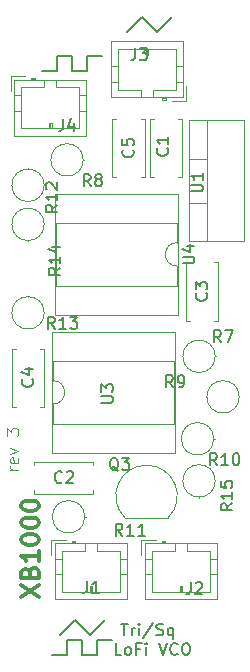
<source format=gto>
G04 #@! TF.GenerationSoftware,KiCad,Pcbnew,(5.0.1)-rc2*
G04 #@! TF.CreationDate,2018-11-24T17:46:36-05:00*
G04 #@! TF.ProjectId,vco2,76636F322E6B696361645F7063620000,1*
G04 #@! TF.SameCoordinates,Original*
G04 #@! TF.FileFunction,Legend,Top*
G04 #@! TF.FilePolarity,Positive*
%FSLAX46Y46*%
G04 Gerber Fmt 4.6, Leading zero omitted, Abs format (unit mm)*
G04 Created by KiCad (PCBNEW (5.0.1)-rc2) date 11/24/2018 5:46:36 PM*
%MOMM*%
%LPD*%
G01*
G04 APERTURE LIST*
%ADD10C,0.100000*%
%ADD11C,0.200000*%
%ADD12C,0.150000*%
%ADD13C,0.300000*%
%ADD14C,0.120000*%
G04 APERTURE END LIST*
D10*
X133294380Y-138390095D02*
X132627714Y-138390095D01*
X132818190Y-138390095D02*
X132722952Y-138342476D01*
X132675333Y-138294857D01*
X132627714Y-138199619D01*
X132627714Y-138104380D01*
X133246761Y-137390095D02*
X133294380Y-137485333D01*
X133294380Y-137675809D01*
X133246761Y-137771047D01*
X133151523Y-137818666D01*
X132770571Y-137818666D01*
X132675333Y-137771047D01*
X132627714Y-137675809D01*
X132627714Y-137485333D01*
X132675333Y-137390095D01*
X132770571Y-137342476D01*
X132865809Y-137342476D01*
X132961047Y-137818666D01*
X132627714Y-137009142D02*
X133294380Y-136771047D01*
X132627714Y-136532952D01*
X132294380Y-135485333D02*
X132294380Y-134866285D01*
X132675333Y-135199619D01*
X132675333Y-135056761D01*
X132722952Y-134961523D01*
X132770571Y-134913904D01*
X132865809Y-134866285D01*
X133103904Y-134866285D01*
X133199142Y-134913904D01*
X133246761Y-134961523D01*
X133294380Y-135056761D01*
X133294380Y-135342476D01*
X133246761Y-135437714D01*
X133199142Y-135485333D01*
D11*
X138049000Y-151130000D02*
X139319000Y-152400000D01*
X136779000Y-152400000D02*
X138049000Y-151130000D01*
X139319000Y-152400000D02*
X140589000Y-151130000D01*
X141224000Y-152781000D02*
X139954000Y-152781000D01*
X139954000Y-154051000D02*
X138684000Y-154051000D01*
X138684000Y-152781000D02*
X137414000Y-152781000D01*
X137414000Y-154051000D02*
X136144000Y-154051000D01*
X138684000Y-154051000D02*
X138684000Y-152781000D01*
X139954000Y-152781000D02*
X139954000Y-154051000D01*
X137414000Y-152781000D02*
X137414000Y-154051000D01*
D12*
X141986333Y-151408380D02*
X142557761Y-151408380D01*
X142272047Y-152408380D02*
X142272047Y-151408380D01*
X142891095Y-152408380D02*
X142891095Y-151741714D01*
X142891095Y-151932190D02*
X142938714Y-151836952D01*
X142986333Y-151789333D01*
X143081571Y-151741714D01*
X143176809Y-151741714D01*
X143510142Y-152408380D02*
X143510142Y-151741714D01*
X143510142Y-151408380D02*
X143462523Y-151456000D01*
X143510142Y-151503619D01*
X143557761Y-151456000D01*
X143510142Y-151408380D01*
X143510142Y-151503619D01*
X144700619Y-151360761D02*
X143843476Y-152646476D01*
X144986333Y-152360761D02*
X145129190Y-152408380D01*
X145367285Y-152408380D01*
X145462523Y-152360761D01*
X145510142Y-152313142D01*
X145557761Y-152217904D01*
X145557761Y-152122666D01*
X145510142Y-152027428D01*
X145462523Y-151979809D01*
X145367285Y-151932190D01*
X145176809Y-151884571D01*
X145081571Y-151836952D01*
X145033952Y-151789333D01*
X144986333Y-151694095D01*
X144986333Y-151598857D01*
X145033952Y-151503619D01*
X145081571Y-151456000D01*
X145176809Y-151408380D01*
X145414904Y-151408380D01*
X145557761Y-151456000D01*
X146414904Y-151741714D02*
X146414904Y-152741714D01*
X146414904Y-152360761D02*
X146319666Y-152408380D01*
X146129190Y-152408380D01*
X146033952Y-152360761D01*
X145986333Y-152313142D01*
X145938714Y-152217904D01*
X145938714Y-151932190D01*
X145986333Y-151836952D01*
X146033952Y-151789333D01*
X146129190Y-151741714D01*
X146319666Y-151741714D01*
X146414904Y-151789333D01*
X142010142Y-154058380D02*
X141533952Y-154058380D01*
X141533952Y-153058380D01*
X142486333Y-154058380D02*
X142391095Y-154010761D01*
X142343476Y-153963142D01*
X142295857Y-153867904D01*
X142295857Y-153582190D01*
X142343476Y-153486952D01*
X142391095Y-153439333D01*
X142486333Y-153391714D01*
X142629190Y-153391714D01*
X142724428Y-153439333D01*
X142772047Y-153486952D01*
X142819666Y-153582190D01*
X142819666Y-153867904D01*
X142772047Y-153963142D01*
X142724428Y-154010761D01*
X142629190Y-154058380D01*
X142486333Y-154058380D01*
X143581571Y-153534571D02*
X143248238Y-153534571D01*
X143248238Y-154058380D02*
X143248238Y-153058380D01*
X143724428Y-153058380D01*
X144105380Y-154058380D02*
X144105380Y-153391714D01*
X144105380Y-153058380D02*
X144057761Y-153106000D01*
X144105380Y-153153619D01*
X144153000Y-153106000D01*
X144105380Y-153058380D01*
X144105380Y-153153619D01*
X145200619Y-153058380D02*
X145533952Y-154058380D01*
X145867285Y-153058380D01*
X146772047Y-153963142D02*
X146724428Y-154010761D01*
X146581571Y-154058380D01*
X146486333Y-154058380D01*
X146343476Y-154010761D01*
X146248238Y-153915523D01*
X146200619Y-153820285D01*
X146153000Y-153629809D01*
X146153000Y-153486952D01*
X146200619Y-153296476D01*
X146248238Y-153201238D01*
X146343476Y-153106000D01*
X146486333Y-153058380D01*
X146581571Y-153058380D01*
X146724428Y-153106000D01*
X146772047Y-153153619D01*
X147391095Y-153058380D02*
X147581571Y-153058380D01*
X147676809Y-153106000D01*
X147772047Y-153201238D01*
X147819666Y-153391714D01*
X147819666Y-153725047D01*
X147772047Y-153915523D01*
X147676809Y-154010761D01*
X147581571Y-154058380D01*
X147391095Y-154058380D01*
X147295857Y-154010761D01*
X147200619Y-153915523D01*
X147153000Y-153725047D01*
X147153000Y-153391714D01*
X147200619Y-153201238D01*
X147295857Y-153106000D01*
X147391095Y-153058380D01*
D11*
X145034000Y-101346000D02*
X146304000Y-100076000D01*
X143764000Y-100076000D02*
X145034000Y-101346000D01*
X142494000Y-101346000D02*
X143764000Y-100076000D01*
X136525000Y-104648000D02*
X135255000Y-104648000D01*
X136525000Y-103378000D02*
X136525000Y-104648000D01*
X137795000Y-103378000D02*
X136525000Y-103378000D01*
X137795000Y-104648000D02*
X137795000Y-103378000D01*
X139065000Y-104648000D02*
X137795000Y-104648000D01*
X139065000Y-103378000D02*
X139065000Y-104648000D01*
X140335000Y-103378000D02*
X139065000Y-103378000D01*
D13*
X133544571Y-149141142D02*
X135044571Y-148141142D01*
X133544571Y-148141142D02*
X135044571Y-149141142D01*
X134258857Y-147069714D02*
X134330285Y-146855428D01*
X134401714Y-146784000D01*
X134544571Y-146712571D01*
X134758857Y-146712571D01*
X134901714Y-146784000D01*
X134973142Y-146855428D01*
X135044571Y-146998285D01*
X135044571Y-147569714D01*
X133544571Y-147569714D01*
X133544571Y-147069714D01*
X133616000Y-146926857D01*
X133687428Y-146855428D01*
X133830285Y-146784000D01*
X133973142Y-146784000D01*
X134116000Y-146855428D01*
X134187428Y-146926857D01*
X134258857Y-147069714D01*
X134258857Y-147569714D01*
X135044571Y-145284000D02*
X135044571Y-146141142D01*
X135044571Y-145712571D02*
X133544571Y-145712571D01*
X133758857Y-145855428D01*
X133901714Y-145998285D01*
X133973142Y-146141142D01*
X133544571Y-144355428D02*
X133544571Y-144212571D01*
X133616000Y-144069714D01*
X133687428Y-143998285D01*
X133830285Y-143926857D01*
X134116000Y-143855428D01*
X134473142Y-143855428D01*
X134758857Y-143926857D01*
X134901714Y-143998285D01*
X134973142Y-144069714D01*
X135044571Y-144212571D01*
X135044571Y-144355428D01*
X134973142Y-144498285D01*
X134901714Y-144569714D01*
X134758857Y-144641142D01*
X134473142Y-144712571D01*
X134116000Y-144712571D01*
X133830285Y-144641142D01*
X133687428Y-144569714D01*
X133616000Y-144498285D01*
X133544571Y-144355428D01*
X133544571Y-142926857D02*
X133544571Y-142784000D01*
X133616000Y-142641142D01*
X133687428Y-142569714D01*
X133830285Y-142498285D01*
X134116000Y-142426857D01*
X134473142Y-142426857D01*
X134758857Y-142498285D01*
X134901714Y-142569714D01*
X134973142Y-142641142D01*
X135044571Y-142784000D01*
X135044571Y-142926857D01*
X134973142Y-143069714D01*
X134901714Y-143141142D01*
X134758857Y-143212571D01*
X134473142Y-143284000D01*
X134116000Y-143284000D01*
X133830285Y-143212571D01*
X133687428Y-143141142D01*
X133616000Y-143069714D01*
X133544571Y-142926857D01*
X133544571Y-141498285D02*
X133544571Y-141355428D01*
X133616000Y-141212571D01*
X133687428Y-141141142D01*
X133830285Y-141069714D01*
X134116000Y-140998285D01*
X134473142Y-140998285D01*
X134758857Y-141069714D01*
X134901714Y-141141142D01*
X134973142Y-141212571D01*
X135044571Y-141355428D01*
X135044571Y-141498285D01*
X134973142Y-141641142D01*
X134901714Y-141712571D01*
X134758857Y-141784000D01*
X134473142Y-141855428D01*
X134116000Y-141855428D01*
X133830285Y-141784000D01*
X133687428Y-141712571D01*
X133616000Y-141641142D01*
X133544571Y-141498285D01*
D14*
G04 #@! TO.C,C1*
X146851000Y-108695000D02*
X147166000Y-108695000D01*
X144426000Y-108695000D02*
X144741000Y-108695000D01*
X146851000Y-113635000D02*
X147166000Y-113635000D01*
X144426000Y-113635000D02*
X144741000Y-113635000D01*
X147166000Y-113635000D02*
X147166000Y-108695000D01*
X144426000Y-113635000D02*
X144426000Y-108695000D01*
G04 #@! TO.C,C5*
X141251000Y-113635000D02*
X141251000Y-108695000D01*
X143991000Y-113635000D02*
X143991000Y-108695000D01*
X141251000Y-113635000D02*
X141566000Y-113635000D01*
X143676000Y-113635000D02*
X143991000Y-113635000D01*
X141251000Y-108695000D02*
X141566000Y-108695000D01*
X143676000Y-108695000D02*
X143991000Y-108695000D01*
G04 #@! TO.C,R10*
X149833000Y-135763000D02*
X149903000Y-135763000D01*
X149833000Y-135763000D02*
G75*
G03X149833000Y-135763000I-1370000J0D01*
G01*
G04 #@! TO.C,U1*
X147733000Y-119039000D02*
X147733000Y-108799000D01*
X152374000Y-119039000D02*
X152374000Y-108799000D01*
X147733000Y-119039000D02*
X152374000Y-119039000D01*
X147733000Y-108799000D02*
X152374000Y-108799000D01*
X149243000Y-119039000D02*
X149243000Y-108799000D01*
X147733000Y-115769000D02*
X149243000Y-115769000D01*
X147733000Y-112068000D02*
X149243000Y-112068000D01*
G04 #@! TO.C,C2*
X134650000Y-137695000D02*
X139590000Y-137695000D01*
X134650000Y-140435000D02*
X139590000Y-140435000D01*
X134650000Y-137695000D02*
X134650000Y-138010000D01*
X134650000Y-140120000D02*
X134650000Y-140435000D01*
X139590000Y-137695000D02*
X139590000Y-138010000D01*
X139590000Y-140120000D02*
X139590000Y-140435000D01*
G04 #@! TO.C,C3*
X147789000Y-125747000D02*
X147474000Y-125747000D01*
X150214000Y-125747000D02*
X149899000Y-125747000D01*
X147789000Y-120807000D02*
X147474000Y-120807000D01*
X150214000Y-120807000D02*
X149899000Y-120807000D01*
X147474000Y-120807000D02*
X147474000Y-125747000D01*
X150214000Y-120807000D02*
X150214000Y-125747000D01*
G04 #@! TO.C,C4*
X132742000Y-133066000D02*
X132742000Y-128126000D01*
X135482000Y-133066000D02*
X135482000Y-128126000D01*
X132742000Y-133066000D02*
X133057000Y-133066000D01*
X135167000Y-133066000D02*
X135482000Y-133066000D01*
X132742000Y-128126000D02*
X133057000Y-128126000D01*
X135167000Y-128126000D02*
X135482000Y-128126000D01*
G04 #@! TO.C,J1*
X136070000Y-144321000D02*
X136070000Y-145571000D01*
X137320000Y-144321000D02*
X136070000Y-144321000D01*
X139430000Y-148731000D02*
X139430000Y-148231000D01*
X139530000Y-148231000D02*
X139530000Y-148731000D01*
X139330000Y-148231000D02*
X139530000Y-148231000D01*
X139330000Y-148731000D02*
X139330000Y-148231000D01*
X142490000Y-147231000D02*
X141880000Y-147231000D01*
X142490000Y-145931000D02*
X141880000Y-145931000D01*
X136370000Y-147231000D02*
X136980000Y-147231000D01*
X136370000Y-145931000D02*
X136980000Y-145931000D01*
X139930000Y-145231000D02*
X139930000Y-144621000D01*
X141880000Y-145231000D02*
X139930000Y-145231000D01*
X141880000Y-148731000D02*
X141880000Y-145231000D01*
X136980000Y-148731000D02*
X141880000Y-148731000D01*
X136980000Y-145231000D02*
X136980000Y-148731000D01*
X138930000Y-145231000D02*
X136980000Y-145231000D01*
X138930000Y-144621000D02*
X138930000Y-145231000D01*
X138130000Y-144521000D02*
X137830000Y-144521000D01*
X137830000Y-144421000D02*
X137830000Y-144621000D01*
X138130000Y-144421000D02*
X137830000Y-144421000D01*
X138130000Y-144621000D02*
X138130000Y-144421000D01*
X142490000Y-144621000D02*
X136370000Y-144621000D01*
X142490000Y-149341000D02*
X142490000Y-144621000D01*
X136370000Y-149341000D02*
X142490000Y-149341000D01*
X136370000Y-144621000D02*
X136370000Y-149341000D01*
G04 #@! TO.C,J2*
X143990000Y-144621000D02*
X143990000Y-149341000D01*
X143990000Y-149341000D02*
X150110000Y-149341000D01*
X150110000Y-149341000D02*
X150110000Y-144621000D01*
X150110000Y-144621000D02*
X143990000Y-144621000D01*
X145750000Y-144621000D02*
X145750000Y-144421000D01*
X145750000Y-144421000D02*
X145450000Y-144421000D01*
X145450000Y-144421000D02*
X145450000Y-144621000D01*
X145750000Y-144521000D02*
X145450000Y-144521000D01*
X146550000Y-144621000D02*
X146550000Y-145231000D01*
X146550000Y-145231000D02*
X144600000Y-145231000D01*
X144600000Y-145231000D02*
X144600000Y-148731000D01*
X144600000Y-148731000D02*
X149500000Y-148731000D01*
X149500000Y-148731000D02*
X149500000Y-145231000D01*
X149500000Y-145231000D02*
X147550000Y-145231000D01*
X147550000Y-145231000D02*
X147550000Y-144621000D01*
X143990000Y-145931000D02*
X144600000Y-145931000D01*
X143990000Y-147231000D02*
X144600000Y-147231000D01*
X150110000Y-145931000D02*
X149500000Y-145931000D01*
X150110000Y-147231000D02*
X149500000Y-147231000D01*
X146950000Y-148731000D02*
X146950000Y-148231000D01*
X146950000Y-148231000D02*
X147150000Y-148231000D01*
X147150000Y-148231000D02*
X147150000Y-148731000D01*
X147050000Y-148731000D02*
X147050000Y-148231000D01*
X144940000Y-144321000D02*
X143690000Y-144321000D01*
X143690000Y-144321000D02*
X143690000Y-145571000D01*
G04 #@! TO.C,J3*
X147521000Y-107139000D02*
X147521000Y-105889000D01*
X146271000Y-107139000D02*
X147521000Y-107139000D01*
X144161000Y-102729000D02*
X144161000Y-103229000D01*
X144061000Y-103229000D02*
X144061000Y-102729000D01*
X144261000Y-103229000D02*
X144061000Y-103229000D01*
X144261000Y-102729000D02*
X144261000Y-103229000D01*
X141101000Y-104229000D02*
X141711000Y-104229000D01*
X141101000Y-105529000D02*
X141711000Y-105529000D01*
X147221000Y-104229000D02*
X146611000Y-104229000D01*
X147221000Y-105529000D02*
X146611000Y-105529000D01*
X143661000Y-106229000D02*
X143661000Y-106839000D01*
X141711000Y-106229000D02*
X143661000Y-106229000D01*
X141711000Y-102729000D02*
X141711000Y-106229000D01*
X146611000Y-102729000D02*
X141711000Y-102729000D01*
X146611000Y-106229000D02*
X146611000Y-102729000D01*
X144661000Y-106229000D02*
X146611000Y-106229000D01*
X144661000Y-106839000D02*
X144661000Y-106229000D01*
X145461000Y-106939000D02*
X145761000Y-106939000D01*
X145761000Y-107039000D02*
X145761000Y-106839000D01*
X145461000Y-107039000D02*
X145761000Y-107039000D01*
X145461000Y-106839000D02*
X145461000Y-107039000D01*
X141101000Y-106839000D02*
X147221000Y-106839000D01*
X141101000Y-102119000D02*
X141101000Y-106839000D01*
X147221000Y-102119000D02*
X141101000Y-102119000D01*
X147221000Y-106839000D02*
X147221000Y-102119000D01*
G04 #@! TO.C,J4*
X132941000Y-105378000D02*
X132941000Y-110098000D01*
X132941000Y-110098000D02*
X139061000Y-110098000D01*
X139061000Y-110098000D02*
X139061000Y-105378000D01*
X139061000Y-105378000D02*
X132941000Y-105378000D01*
X134701000Y-105378000D02*
X134701000Y-105178000D01*
X134701000Y-105178000D02*
X134401000Y-105178000D01*
X134401000Y-105178000D02*
X134401000Y-105378000D01*
X134701000Y-105278000D02*
X134401000Y-105278000D01*
X135501000Y-105378000D02*
X135501000Y-105988000D01*
X135501000Y-105988000D02*
X133551000Y-105988000D01*
X133551000Y-105988000D02*
X133551000Y-109488000D01*
X133551000Y-109488000D02*
X138451000Y-109488000D01*
X138451000Y-109488000D02*
X138451000Y-105988000D01*
X138451000Y-105988000D02*
X136501000Y-105988000D01*
X136501000Y-105988000D02*
X136501000Y-105378000D01*
X132941000Y-106688000D02*
X133551000Y-106688000D01*
X132941000Y-107988000D02*
X133551000Y-107988000D01*
X139061000Y-106688000D02*
X138451000Y-106688000D01*
X139061000Y-107988000D02*
X138451000Y-107988000D01*
X135901000Y-109488000D02*
X135901000Y-108988000D01*
X135901000Y-108988000D02*
X136101000Y-108988000D01*
X136101000Y-108988000D02*
X136101000Y-109488000D01*
X136001000Y-109488000D02*
X136001000Y-108988000D01*
X133891000Y-105078000D02*
X132641000Y-105078000D01*
X132641000Y-105078000D02*
X132641000Y-106328000D01*
G04 #@! TO.C,R14*
X135482000Y-117602000D02*
G75*
G03X135482000Y-117602000I-1370000J0D01*
G01*
X134112000Y-118972000D02*
X134112000Y-119042000D01*
G04 #@! TO.C,R15*
X148590000Y-140689000D02*
X148590000Y-140759000D01*
X149960000Y-139319000D02*
G75*
G03X149960000Y-139319000I-1370000J0D01*
G01*
G04 #@! TO.C,R9*
X151992000Y-132207000D02*
G75*
G03X151992000Y-132207000I-1370000J0D01*
G01*
X149252000Y-132207000D02*
X149182000Y-132207000D01*
G04 #@! TO.C,R8*
X138784000Y-112141000D02*
X138854000Y-112141000D01*
X138784000Y-112141000D02*
G75*
G03X138784000Y-112141000I-1370000J0D01*
G01*
G04 #@! TO.C,R7*
X149960000Y-128778000D02*
G75*
G03X149960000Y-128778000I-1370000J0D01*
G01*
X149960000Y-128778000D02*
X150030000Y-128778000D01*
G04 #@! TO.C,R11*
X138911000Y-142367000D02*
G75*
G03X138911000Y-142367000I-1370000J0D01*
G01*
X138911000Y-142367000D02*
X138981000Y-142367000D01*
G04 #@! TO.C,R12*
X134112000Y-112930000D02*
X134112000Y-112860000D01*
X135482000Y-114300000D02*
G75*
G03X135482000Y-114300000I-1370000J0D01*
G01*
G04 #@! TO.C,R13*
X135482000Y-125095000D02*
G75*
G03X135482000Y-125095000I-1370000J0D01*
G01*
X134112000Y-123725000D02*
X134112000Y-123655000D01*
G04 #@! TO.C,U4*
X146805000Y-125282000D02*
X146805000Y-115002000D01*
X136405000Y-125282000D02*
X146805000Y-125282000D01*
X136405000Y-115002000D02*
X136405000Y-125282000D01*
X146805000Y-115002000D02*
X136405000Y-115002000D01*
X146745000Y-122792000D02*
X146745000Y-121142000D01*
X136465000Y-122792000D02*
X146745000Y-122792000D01*
X136465000Y-117492000D02*
X136465000Y-122792000D01*
X146745000Y-117492000D02*
X136465000Y-117492000D01*
X146745000Y-119142000D02*
X146745000Y-117492000D01*
X146745000Y-121142000D02*
G75*
G02X146745000Y-119142000I0J1000000D01*
G01*
G04 #@! TO.C,U3*
X136211000Y-130826000D02*
G75*
G02X136211000Y-132826000I0J-1000000D01*
G01*
X136211000Y-132826000D02*
X136211000Y-134476000D01*
X136211000Y-134476000D02*
X146491000Y-134476000D01*
X146491000Y-134476000D02*
X146491000Y-129176000D01*
X146491000Y-129176000D02*
X136211000Y-129176000D01*
X136211000Y-129176000D02*
X136211000Y-130826000D01*
X136151000Y-136966000D02*
X146551000Y-136966000D01*
X146551000Y-136966000D02*
X146551000Y-126686000D01*
X146551000Y-126686000D02*
X136151000Y-126686000D01*
X136151000Y-126686000D02*
X136151000Y-136966000D01*
G04 #@! TO.C,Q3*
X142345000Y-142439000D02*
X145945000Y-142439000D01*
X142306522Y-142427478D02*
G75*
G02X144145000Y-137989000I1838478J1838478D01*
G01*
X145983478Y-142427478D02*
G75*
G03X144145000Y-137989000I-1838478J1838478D01*
G01*
G04 #@! TO.C,*
D12*
G04 #@! TO.C,C1*
X145899142Y-111164666D02*
X145946761Y-111212285D01*
X145994380Y-111355142D01*
X145994380Y-111450380D01*
X145946761Y-111593238D01*
X145851523Y-111688476D01*
X145756285Y-111736095D01*
X145565809Y-111783714D01*
X145422952Y-111783714D01*
X145232476Y-111736095D01*
X145137238Y-111688476D01*
X145042000Y-111593238D01*
X144994380Y-111450380D01*
X144994380Y-111355142D01*
X145042000Y-111212285D01*
X145089619Y-111164666D01*
X145994380Y-110212285D02*
X145994380Y-110783714D01*
X145994380Y-110498000D02*
X144994380Y-110498000D01*
X145137238Y-110593238D01*
X145232476Y-110688476D01*
X145280095Y-110783714D01*
G04 #@! TO.C,C5*
X142978142Y-111291666D02*
X143025761Y-111339285D01*
X143073380Y-111482142D01*
X143073380Y-111577380D01*
X143025761Y-111720238D01*
X142930523Y-111815476D01*
X142835285Y-111863095D01*
X142644809Y-111910714D01*
X142501952Y-111910714D01*
X142311476Y-111863095D01*
X142216238Y-111815476D01*
X142121000Y-111720238D01*
X142073380Y-111577380D01*
X142073380Y-111482142D01*
X142121000Y-111339285D01*
X142168619Y-111291666D01*
X142073380Y-110386904D02*
X142073380Y-110863095D01*
X142549571Y-110910714D01*
X142501952Y-110863095D01*
X142454333Y-110767857D01*
X142454333Y-110529761D01*
X142501952Y-110434523D01*
X142549571Y-110386904D01*
X142644809Y-110339285D01*
X142882904Y-110339285D01*
X142978142Y-110386904D01*
X143025761Y-110434523D01*
X143073380Y-110529761D01*
X143073380Y-110767857D01*
X143025761Y-110863095D01*
X142978142Y-110910714D01*
G04 #@! TO.C,R10*
X150106142Y-137993380D02*
X149772809Y-137517190D01*
X149534714Y-137993380D02*
X149534714Y-136993380D01*
X149915666Y-136993380D01*
X150010904Y-137041000D01*
X150058523Y-137088619D01*
X150106142Y-137183857D01*
X150106142Y-137326714D01*
X150058523Y-137421952D01*
X150010904Y-137469571D01*
X149915666Y-137517190D01*
X149534714Y-137517190D01*
X151058523Y-137993380D02*
X150487095Y-137993380D01*
X150772809Y-137993380D02*
X150772809Y-136993380D01*
X150677571Y-137136238D01*
X150582333Y-137231476D01*
X150487095Y-137279095D01*
X151677571Y-136993380D02*
X151772809Y-136993380D01*
X151868047Y-137041000D01*
X151915666Y-137088619D01*
X151963285Y-137183857D01*
X152010904Y-137374333D01*
X152010904Y-137612428D01*
X151963285Y-137802904D01*
X151915666Y-137898142D01*
X151868047Y-137945761D01*
X151772809Y-137993380D01*
X151677571Y-137993380D01*
X151582333Y-137945761D01*
X151534714Y-137898142D01*
X151487095Y-137802904D01*
X151439476Y-137612428D01*
X151439476Y-137374333D01*
X151487095Y-137183857D01*
X151534714Y-137088619D01*
X151582333Y-137041000D01*
X151677571Y-136993380D01*
G04 #@! TO.C,U1*
X147915380Y-114807904D02*
X148724904Y-114807904D01*
X148820142Y-114760285D01*
X148867761Y-114712666D01*
X148915380Y-114617428D01*
X148915380Y-114426952D01*
X148867761Y-114331714D01*
X148820142Y-114284095D01*
X148724904Y-114236476D01*
X147915380Y-114236476D01*
X148915380Y-113236476D02*
X148915380Y-113807904D01*
X148915380Y-113522190D02*
X147915380Y-113522190D01*
X148058238Y-113617428D01*
X148153476Y-113712666D01*
X148201095Y-113807904D01*
G04 #@! TO.C,C2*
X136993333Y-139422142D02*
X136945714Y-139469761D01*
X136802857Y-139517380D01*
X136707619Y-139517380D01*
X136564761Y-139469761D01*
X136469523Y-139374523D01*
X136421904Y-139279285D01*
X136374285Y-139088809D01*
X136374285Y-138945952D01*
X136421904Y-138755476D01*
X136469523Y-138660238D01*
X136564761Y-138565000D01*
X136707619Y-138517380D01*
X136802857Y-138517380D01*
X136945714Y-138565000D01*
X136993333Y-138612619D01*
X137374285Y-138612619D02*
X137421904Y-138565000D01*
X137517142Y-138517380D01*
X137755238Y-138517380D01*
X137850476Y-138565000D01*
X137898095Y-138612619D01*
X137945714Y-138707857D01*
X137945714Y-138803095D01*
X137898095Y-138945952D01*
X137326666Y-139517380D01*
X137945714Y-139517380D01*
G04 #@! TO.C,C3*
X149201142Y-123443666D02*
X149248761Y-123491285D01*
X149296380Y-123634142D01*
X149296380Y-123729380D01*
X149248761Y-123872238D01*
X149153523Y-123967476D01*
X149058285Y-124015095D01*
X148867809Y-124062714D01*
X148724952Y-124062714D01*
X148534476Y-124015095D01*
X148439238Y-123967476D01*
X148344000Y-123872238D01*
X148296380Y-123729380D01*
X148296380Y-123634142D01*
X148344000Y-123491285D01*
X148391619Y-123443666D01*
X148296380Y-123110333D02*
X148296380Y-122491285D01*
X148677333Y-122824619D01*
X148677333Y-122681761D01*
X148724952Y-122586523D01*
X148772571Y-122538904D01*
X148867809Y-122491285D01*
X149105904Y-122491285D01*
X149201142Y-122538904D01*
X149248761Y-122586523D01*
X149296380Y-122681761D01*
X149296380Y-122967476D01*
X149248761Y-123062714D01*
X149201142Y-123110333D01*
G04 #@! TO.C,C4*
X134469142Y-130722666D02*
X134516761Y-130770285D01*
X134564380Y-130913142D01*
X134564380Y-131008380D01*
X134516761Y-131151238D01*
X134421523Y-131246476D01*
X134326285Y-131294095D01*
X134135809Y-131341714D01*
X133992952Y-131341714D01*
X133802476Y-131294095D01*
X133707238Y-131246476D01*
X133612000Y-131151238D01*
X133564380Y-131008380D01*
X133564380Y-130913142D01*
X133612000Y-130770285D01*
X133659619Y-130722666D01*
X133897714Y-129865523D02*
X134564380Y-129865523D01*
X133516761Y-130103619D02*
X134231047Y-130341714D01*
X134231047Y-129722666D01*
G04 #@! TO.C,J1*
X139112666Y-147788380D02*
X139112666Y-148502666D01*
X139065047Y-148645523D01*
X138969809Y-148740761D01*
X138826952Y-148788380D01*
X138731714Y-148788380D01*
X140112666Y-148788380D02*
X139541238Y-148788380D01*
X139826952Y-148788380D02*
X139826952Y-147788380D01*
X139731714Y-147931238D01*
X139636476Y-148026476D01*
X139541238Y-148074095D01*
G04 #@! TO.C,J2*
X147875666Y-147915380D02*
X147875666Y-148629666D01*
X147828047Y-148772523D01*
X147732809Y-148867761D01*
X147589952Y-148915380D01*
X147494714Y-148915380D01*
X148304238Y-148010619D02*
X148351857Y-147963000D01*
X148447095Y-147915380D01*
X148685190Y-147915380D01*
X148780428Y-147963000D01*
X148828047Y-148010619D01*
X148875666Y-148105857D01*
X148875666Y-148201095D01*
X148828047Y-148343952D01*
X148256619Y-148915380D01*
X148875666Y-148915380D01*
G04 #@! TO.C,J3*
X143176666Y-102703380D02*
X143176666Y-103417666D01*
X143129047Y-103560523D01*
X143033809Y-103655761D01*
X142890952Y-103703380D01*
X142795714Y-103703380D01*
X143557619Y-102703380D02*
X144176666Y-102703380D01*
X143843333Y-103084333D01*
X143986190Y-103084333D01*
X144081428Y-103131952D01*
X144129047Y-103179571D01*
X144176666Y-103274809D01*
X144176666Y-103512904D01*
X144129047Y-103608142D01*
X144081428Y-103655761D01*
X143986190Y-103703380D01*
X143700476Y-103703380D01*
X143605238Y-103655761D01*
X143557619Y-103608142D01*
G04 #@! TO.C,J4*
X137080666Y-108672380D02*
X137080666Y-109386666D01*
X137033047Y-109529523D01*
X136937809Y-109624761D01*
X136794952Y-109672380D01*
X136699714Y-109672380D01*
X137985428Y-109005714D02*
X137985428Y-109672380D01*
X137747333Y-108624761D02*
X137509238Y-109339047D01*
X138128285Y-109339047D01*
G04 #@! TO.C,R14*
X136850380Y-121292857D02*
X136374190Y-121626190D01*
X136850380Y-121864285D02*
X135850380Y-121864285D01*
X135850380Y-121483333D01*
X135898000Y-121388095D01*
X135945619Y-121340476D01*
X136040857Y-121292857D01*
X136183714Y-121292857D01*
X136278952Y-121340476D01*
X136326571Y-121388095D01*
X136374190Y-121483333D01*
X136374190Y-121864285D01*
X136850380Y-120340476D02*
X136850380Y-120911904D01*
X136850380Y-120626190D02*
X135850380Y-120626190D01*
X135993238Y-120721428D01*
X136088476Y-120816666D01*
X136136095Y-120911904D01*
X136183714Y-119483333D02*
X136850380Y-119483333D01*
X135802761Y-119721428D02*
X136517047Y-119959523D01*
X136517047Y-119340476D01*
G04 #@! TO.C,R15*
X151412380Y-141231857D02*
X150936190Y-141565190D01*
X151412380Y-141803285D02*
X150412380Y-141803285D01*
X150412380Y-141422333D01*
X150460000Y-141327095D01*
X150507619Y-141279476D01*
X150602857Y-141231857D01*
X150745714Y-141231857D01*
X150840952Y-141279476D01*
X150888571Y-141327095D01*
X150936190Y-141422333D01*
X150936190Y-141803285D01*
X151412380Y-140279476D02*
X151412380Y-140850904D01*
X151412380Y-140565190D02*
X150412380Y-140565190D01*
X150555238Y-140660428D01*
X150650476Y-140755666D01*
X150698095Y-140850904D01*
X150412380Y-139374714D02*
X150412380Y-139850904D01*
X150888571Y-139898523D01*
X150840952Y-139850904D01*
X150793333Y-139755666D01*
X150793333Y-139517571D01*
X150840952Y-139422333D01*
X150888571Y-139374714D01*
X150983809Y-139327095D01*
X151221904Y-139327095D01*
X151317142Y-139374714D01*
X151364761Y-139422333D01*
X151412380Y-139517571D01*
X151412380Y-139755666D01*
X151364761Y-139850904D01*
X151317142Y-139898523D01*
G04 #@! TO.C,R9*
X146391333Y-131389380D02*
X146058000Y-130913190D01*
X145819904Y-131389380D02*
X145819904Y-130389380D01*
X146200857Y-130389380D01*
X146296095Y-130437000D01*
X146343714Y-130484619D01*
X146391333Y-130579857D01*
X146391333Y-130722714D01*
X146343714Y-130817952D01*
X146296095Y-130865571D01*
X146200857Y-130913190D01*
X145819904Y-130913190D01*
X146867523Y-131389380D02*
X147058000Y-131389380D01*
X147153238Y-131341761D01*
X147200857Y-131294142D01*
X147296095Y-131151285D01*
X147343714Y-130960809D01*
X147343714Y-130579857D01*
X147296095Y-130484619D01*
X147248476Y-130437000D01*
X147153238Y-130389380D01*
X146962761Y-130389380D01*
X146867523Y-130437000D01*
X146819904Y-130484619D01*
X146772285Y-130579857D01*
X146772285Y-130817952D01*
X146819904Y-130913190D01*
X146867523Y-130960809D01*
X146962761Y-131008428D01*
X147153238Y-131008428D01*
X147248476Y-130960809D01*
X147296095Y-130913190D01*
X147343714Y-130817952D01*
G04 #@! TO.C,R8*
X139406333Y-114371380D02*
X139073000Y-113895190D01*
X138834904Y-114371380D02*
X138834904Y-113371380D01*
X139215857Y-113371380D01*
X139311095Y-113419000D01*
X139358714Y-113466619D01*
X139406333Y-113561857D01*
X139406333Y-113704714D01*
X139358714Y-113799952D01*
X139311095Y-113847571D01*
X139215857Y-113895190D01*
X138834904Y-113895190D01*
X139977761Y-113799952D02*
X139882523Y-113752333D01*
X139834904Y-113704714D01*
X139787285Y-113609476D01*
X139787285Y-113561857D01*
X139834904Y-113466619D01*
X139882523Y-113419000D01*
X139977761Y-113371380D01*
X140168238Y-113371380D01*
X140263476Y-113419000D01*
X140311095Y-113466619D01*
X140358714Y-113561857D01*
X140358714Y-113609476D01*
X140311095Y-113704714D01*
X140263476Y-113752333D01*
X140168238Y-113799952D01*
X139977761Y-113799952D01*
X139882523Y-113847571D01*
X139834904Y-113895190D01*
X139787285Y-113990428D01*
X139787285Y-114180904D01*
X139834904Y-114276142D01*
X139882523Y-114323761D01*
X139977761Y-114371380D01*
X140168238Y-114371380D01*
X140263476Y-114323761D01*
X140311095Y-114276142D01*
X140358714Y-114180904D01*
X140358714Y-113990428D01*
X140311095Y-113895190D01*
X140263476Y-113847571D01*
X140168238Y-113799952D01*
G04 #@! TO.C,R7*
X150455333Y-127579380D02*
X150122000Y-127103190D01*
X149883904Y-127579380D02*
X149883904Y-126579380D01*
X150264857Y-126579380D01*
X150360095Y-126627000D01*
X150407714Y-126674619D01*
X150455333Y-126769857D01*
X150455333Y-126912714D01*
X150407714Y-127007952D01*
X150360095Y-127055571D01*
X150264857Y-127103190D01*
X149883904Y-127103190D01*
X150788666Y-126579380D02*
X151455333Y-126579380D01*
X151026761Y-127579380D01*
G04 #@! TO.C,R11*
X142105142Y-143962380D02*
X141771809Y-143486190D01*
X141533714Y-143962380D02*
X141533714Y-142962380D01*
X141914666Y-142962380D01*
X142009904Y-143010000D01*
X142057523Y-143057619D01*
X142105142Y-143152857D01*
X142105142Y-143295714D01*
X142057523Y-143390952D01*
X142009904Y-143438571D01*
X141914666Y-143486190D01*
X141533714Y-143486190D01*
X143057523Y-143962380D02*
X142486095Y-143962380D01*
X142771809Y-143962380D02*
X142771809Y-142962380D01*
X142676571Y-143105238D01*
X142581333Y-143200476D01*
X142486095Y-143248095D01*
X144009904Y-143962380D02*
X143438476Y-143962380D01*
X143724190Y-143962380D02*
X143724190Y-142962380D01*
X143628952Y-143105238D01*
X143533714Y-143200476D01*
X143438476Y-143248095D01*
G04 #@! TO.C,R12*
X136596380Y-115958857D02*
X136120190Y-116292190D01*
X136596380Y-116530285D02*
X135596380Y-116530285D01*
X135596380Y-116149333D01*
X135644000Y-116054095D01*
X135691619Y-116006476D01*
X135786857Y-115958857D01*
X135929714Y-115958857D01*
X136024952Y-116006476D01*
X136072571Y-116054095D01*
X136120190Y-116149333D01*
X136120190Y-116530285D01*
X136596380Y-115006476D02*
X136596380Y-115577904D01*
X136596380Y-115292190D02*
X135596380Y-115292190D01*
X135739238Y-115387428D01*
X135834476Y-115482666D01*
X135882095Y-115577904D01*
X135691619Y-114625523D02*
X135644000Y-114577904D01*
X135596380Y-114482666D01*
X135596380Y-114244571D01*
X135644000Y-114149333D01*
X135691619Y-114101714D01*
X135786857Y-114054095D01*
X135882095Y-114054095D01*
X136024952Y-114101714D01*
X136596380Y-114673142D01*
X136596380Y-114054095D01*
G04 #@! TO.C,R13*
X136390142Y-126436380D02*
X136056809Y-125960190D01*
X135818714Y-126436380D02*
X135818714Y-125436380D01*
X136199666Y-125436380D01*
X136294904Y-125484000D01*
X136342523Y-125531619D01*
X136390142Y-125626857D01*
X136390142Y-125769714D01*
X136342523Y-125864952D01*
X136294904Y-125912571D01*
X136199666Y-125960190D01*
X135818714Y-125960190D01*
X137342523Y-126436380D02*
X136771095Y-126436380D01*
X137056809Y-126436380D02*
X137056809Y-125436380D01*
X136961571Y-125579238D01*
X136866333Y-125674476D01*
X136771095Y-125722095D01*
X137675857Y-125436380D02*
X138294904Y-125436380D01*
X137961571Y-125817333D01*
X138104428Y-125817333D01*
X138199666Y-125864952D01*
X138247285Y-125912571D01*
X138294904Y-126007809D01*
X138294904Y-126245904D01*
X138247285Y-126341142D01*
X138199666Y-126388761D01*
X138104428Y-126436380D01*
X137818714Y-126436380D01*
X137723476Y-126388761D01*
X137675857Y-126341142D01*
G04 #@! TO.C,U4*
X147197380Y-120903904D02*
X148006904Y-120903904D01*
X148102142Y-120856285D01*
X148149761Y-120808666D01*
X148197380Y-120713428D01*
X148197380Y-120522952D01*
X148149761Y-120427714D01*
X148102142Y-120380095D01*
X148006904Y-120332476D01*
X147197380Y-120332476D01*
X147530714Y-119427714D02*
X148197380Y-119427714D01*
X147149761Y-119665809D02*
X147864047Y-119903904D01*
X147864047Y-119284857D01*
G04 #@! TO.C,U3*
X140295380Y-132714904D02*
X141104904Y-132714904D01*
X141200142Y-132667285D01*
X141247761Y-132619666D01*
X141295380Y-132524428D01*
X141295380Y-132333952D01*
X141247761Y-132238714D01*
X141200142Y-132191095D01*
X141104904Y-132143476D01*
X140295380Y-132143476D01*
X140295380Y-131762523D02*
X140295380Y-131143476D01*
X140676333Y-131476809D01*
X140676333Y-131333952D01*
X140723952Y-131238714D01*
X140771571Y-131191095D01*
X140866809Y-131143476D01*
X141104904Y-131143476D01*
X141200142Y-131191095D01*
X141247761Y-131238714D01*
X141295380Y-131333952D01*
X141295380Y-131619666D01*
X141247761Y-131714904D01*
X141200142Y-131762523D01*
G04 #@! TO.C,Q3*
X141763761Y-138469619D02*
X141668523Y-138422000D01*
X141573285Y-138326761D01*
X141430428Y-138183904D01*
X141335190Y-138136285D01*
X141239952Y-138136285D01*
X141287571Y-138374380D02*
X141192333Y-138326761D01*
X141097095Y-138231523D01*
X141049476Y-138041047D01*
X141049476Y-137707714D01*
X141097095Y-137517238D01*
X141192333Y-137422000D01*
X141287571Y-137374380D01*
X141478047Y-137374380D01*
X141573285Y-137422000D01*
X141668523Y-137517238D01*
X141716142Y-137707714D01*
X141716142Y-138041047D01*
X141668523Y-138231523D01*
X141573285Y-138326761D01*
X141478047Y-138374380D01*
X141287571Y-138374380D01*
X142049476Y-137374380D02*
X142668523Y-137374380D01*
X142335190Y-137755333D01*
X142478047Y-137755333D01*
X142573285Y-137802952D01*
X142620904Y-137850571D01*
X142668523Y-137945809D01*
X142668523Y-138183904D01*
X142620904Y-138279142D01*
X142573285Y-138326761D01*
X142478047Y-138374380D01*
X142192333Y-138374380D01*
X142097095Y-138326761D01*
X142049476Y-138279142D01*
G04 #@! TO.C,*
G04 #@! TD*
M02*

</source>
